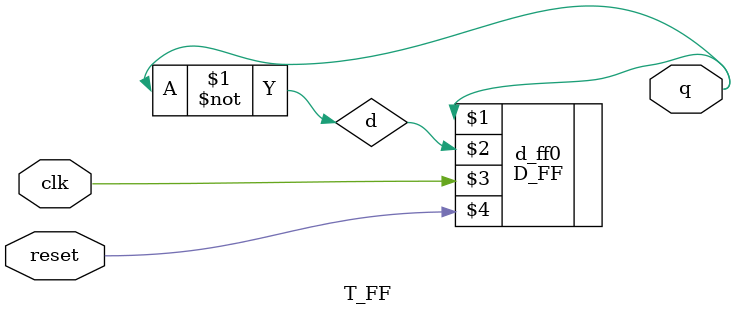
<source format=v>
module T_FF(q, clk, reset);

output q;
input clk, reset;
wire d;

D_FF d_ff0(q, d, clk, reset);
not n1(d, q);

endmodule
</source>
